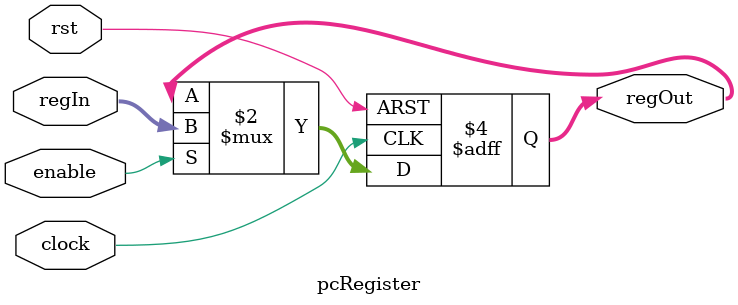
<source format=v>
module register  #(parameter integer size = 32)(clock, enable, regIn, regOut);
    input clock , enable;
    input [size - 1:0] regIn;
    output reg [size - 1: 0] regOut;
    
    always @(posedge clock) begin
      if ( enable) regOut <= regIn;        
    end
endmodule

module pcRegister  #(parameter integer size = 32)(clock, rst, enable, regIn, regOut);
    input clock, rst, enable;
    input [size - 1:0] regIn;
    output reg [size - 1: 0] regOut;
    
    always @(posedge clock, posedge rst) begin
    	if (rst) regOut <= 0;
    	else if ( enable) regOut <= regIn;        
    end
endmodule
</source>
